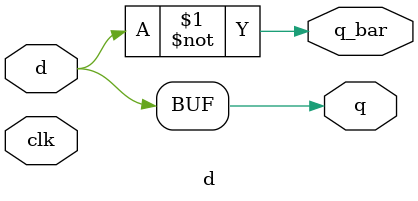
<source format=v>
module d (d,q,q_bar,clk);
input d, clk;
output q, q_bar;

assign q = d;
assign q_bar = ~d;

endmodule

</source>
